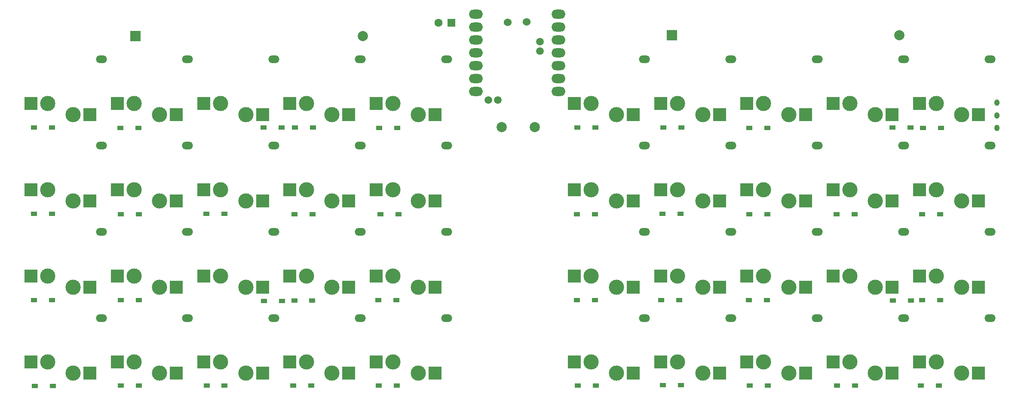
<source format=gbr>
%TF.GenerationSoftware,KiCad,Pcbnew,8.0.7*%
%TF.CreationDate,2025-05-30T21:54:57+09:00*%
%TF.ProjectId,cool640zmk,636f6f6c-3634-4307-9a6d-6b2e6b696361,rev?*%
%TF.SameCoordinates,Original*%
%TF.FileFunction,Soldermask,Bot*%
%TF.FilePolarity,Negative*%
%FSLAX46Y46*%
G04 Gerber Fmt 4.6, Leading zero omitted, Abs format (unit mm)*
G04 Created by KiCad (PCBNEW 8.0.7) date 2025-05-30 21:54:57*
%MOMM*%
%LPD*%
G01*
G04 APERTURE LIST*
%ADD10C,3.000000*%
%ADD11O,2.200000X1.500000*%
%ADD12R,2.600000X2.600000*%
%ADD13R,1.300000X0.950000*%
%ADD14R,1.600000X1.600000*%
%ADD15C,1.600000*%
%ADD16R,2.000000X2.000000*%
%ADD17C,2.000000*%
%ADD18O,1.000000X1.300000*%
%ADD19O,2.750000X1.800000*%
%ADD20C,1.500000*%
%ADD21C,1.524000*%
G04 APERTURE END LIST*
D10*
%TO.C,SW40*%
X153000000Y-54700000D03*
X158000000Y-56900000D03*
D11*
X163550000Y-46000000D03*
D12*
X149700000Y-54700000D03*
X161300000Y-56900000D03*
%TD*%
D10*
%TO.C,SW28*%
X170000000Y-54700000D03*
X175000000Y-56900000D03*
D11*
X180550000Y-46000000D03*
D12*
X166700000Y-54700000D03*
X178300000Y-56900000D03*
%TD*%
D13*
%TO.C,D1*%
X-7675000Y-8480000D03*
X-4125000Y-8480000D03*
%TD*%
%TO.C,D4*%
X-7525000Y-59440000D03*
X-3975000Y-59440000D03*
%TD*%
%TO.C,D27*%
X167205000Y-42490000D03*
X170755000Y-42490000D03*
%TD*%
%TO.C,D28*%
X166935000Y-59300000D03*
X170485000Y-59300000D03*
%TD*%
D10*
%TO.C,SW12*%
X46000000Y-54700000D03*
X51000000Y-56900000D03*
D11*
X56550000Y-46000000D03*
D12*
X42700000Y-54700000D03*
X54300000Y-56900000D03*
%TD*%
D13*
%TO.C,D21*%
X133115000Y-42460000D03*
X136665000Y-42460000D03*
%TD*%
D10*
%TO.C,SW14*%
X63000000Y-54700000D03*
X68000000Y-56900000D03*
D11*
X73550000Y-46000000D03*
D12*
X59700000Y-54700000D03*
X71300000Y-56900000D03*
%TD*%
D13*
%TO.C,D9*%
X43645000Y-8440000D03*
X47195000Y-8440000D03*
%TD*%
D10*
%TO.C,SW2*%
X-5000000Y-20700000D03*
X0Y-22900000D03*
D11*
X5550000Y-12000000D03*
D12*
X-8300000Y-20700000D03*
X3300000Y-22900000D03*
%TD*%
D10*
%TO.C,SW4*%
X-5000000Y-54700000D03*
X0Y-56900000D03*
D11*
X5550000Y-46000000D03*
D12*
X-8300000Y-54700000D03*
X3300000Y-56900000D03*
%TD*%
D13*
%TO.C,D3*%
X-7675000Y-42490000D03*
X-4125000Y-42490000D03*
%TD*%
D10*
%TO.C,SW10*%
X46000000Y-20700000D03*
X51000000Y-22900000D03*
D11*
X56550000Y-12000000D03*
D12*
X42700000Y-20700000D03*
X54300000Y-22900000D03*
%TD*%
D13*
%TO.C,D30*%
X9395000Y-59300000D03*
X12945000Y-59300000D03*
%TD*%
D14*
%TO.C,J1*%
X74470000Y12240000D03*
D15*
X71950000Y12240000D03*
%TD*%
D16*
%TO.C,B1*%
X117920000Y9780000D03*
D17*
X162720000Y9780000D03*
%TD*%
D10*
%TO.C,SW11*%
X46000000Y-37700000D03*
X51000000Y-39900000D03*
D11*
X56550000Y-29000000D03*
D12*
X42700000Y-37700000D03*
X54300000Y-39900000D03*
%TD*%
D13*
%TO.C,D22*%
X133275000Y-59300000D03*
X136825000Y-59300000D03*
%TD*%
D10*
%TO.C,SW5*%
X12000000Y-3700000D03*
X17000000Y-5900000D03*
D11*
X22550000Y5000000D03*
D12*
X8700000Y-3700000D03*
X20300000Y-5900000D03*
%TD*%
D10*
%TO.C,SW38*%
X136000000Y-20700000D03*
X141000000Y-22900000D03*
D11*
X146550000Y-12000000D03*
D12*
X132700000Y-20700000D03*
X144300000Y-22900000D03*
%TD*%
D13*
%TO.C,D37*%
X133185000Y-8500000D03*
X136735000Y-8500000D03*
%TD*%
%TO.C,D2*%
X-7715000Y-25480000D03*
X-4165000Y-25480000D03*
%TD*%
D10*
%TO.C,SW31*%
X29000000Y-37700000D03*
X34000000Y-39900000D03*
D11*
X39550000Y-29000000D03*
D12*
X25700000Y-37700000D03*
X37300000Y-39900000D03*
%TD*%
D13*
%TO.C,D8*%
X26235000Y-25480000D03*
X29785000Y-25480000D03*
%TD*%
%TO.C,D25*%
X167395000Y-8500000D03*
X170945000Y-8500000D03*
%TD*%
%TO.C,D26*%
X167245000Y-25560000D03*
X170795000Y-25560000D03*
%TD*%
D10*
%TO.C,SW30*%
X12000000Y-54700000D03*
X17000000Y-56900000D03*
D11*
X22550000Y-46000000D03*
D12*
X8700000Y-54700000D03*
X20300000Y-56900000D03*
%TD*%
D13*
%TO.C,D6*%
X9415000Y-25510000D03*
X12965000Y-25510000D03*
%TD*%
D10*
%TO.C,SW16*%
X102000000Y-20700000D03*
X107000000Y-22900000D03*
D11*
X112550000Y-12000000D03*
D12*
X98700000Y-20700000D03*
X110300000Y-22900000D03*
%TD*%
D13*
%TO.C,D19*%
X115825000Y-42510000D03*
X119375000Y-42510000D03*
%TD*%
%TO.C,D24*%
X150355000Y-25510000D03*
X153905000Y-25510000D03*
%TD*%
D16*
%TO.C,B2*%
X12280000Y9560000D03*
D17*
X57080000Y9560000D03*
%TD*%
D13*
%TO.C,D31*%
X37555000Y-42610000D03*
X41105000Y-42610000D03*
%TD*%
D10*
%TO.C,SW35*%
X102000000Y-37700000D03*
X107000000Y-39900000D03*
D11*
X112550000Y-29000000D03*
D12*
X98700000Y-37700000D03*
X110300000Y-39900000D03*
%TD*%
D10*
%TO.C,SW20*%
X119000000Y-54700000D03*
X124000000Y-56900000D03*
D11*
X129550000Y-46000000D03*
D12*
X115700000Y-54700000D03*
X127300000Y-56900000D03*
%TD*%
D13*
%TO.C,D18*%
X116065000Y-25500000D03*
X119615000Y-25500000D03*
%TD*%
%TO.C,D36*%
X99405000Y-59330000D03*
X102955000Y-59330000D03*
%TD*%
D10*
%TO.C,SW33*%
X63000000Y-3700000D03*
X68000000Y-5900000D03*
D11*
X73550000Y5000000D03*
D12*
X59700000Y-3700000D03*
X71300000Y-5900000D03*
%TD*%
D13*
%TO.C,D40*%
X150415000Y-59360000D03*
X153965000Y-59360000D03*
%TD*%
D10*
%TO.C,SW8*%
X29000000Y-20700000D03*
X34000000Y-22900000D03*
D11*
X39550000Y-12000000D03*
D12*
X25700000Y-20700000D03*
X37300000Y-22900000D03*
%TD*%
D13*
%TO.C,D39*%
X161445000Y-42550000D03*
X164995000Y-42550000D03*
%TD*%
%TO.C,D11*%
X43555000Y-42580000D03*
X47105000Y-42580000D03*
%TD*%
D10*
%TO.C,SW6*%
X12000000Y-20700000D03*
X17000000Y-22900000D03*
D11*
X22550000Y-12000000D03*
D12*
X8700000Y-20700000D03*
X20300000Y-22900000D03*
%TD*%
D10*
%TO.C,SW18*%
X119000000Y-20700000D03*
X124000000Y-22900000D03*
D11*
X129550000Y-12000000D03*
D12*
X115700000Y-20700000D03*
X127300000Y-22900000D03*
%TD*%
D13*
%TO.C,D35*%
X99255000Y-42490000D03*
X102805000Y-42490000D03*
%TD*%
%TO.C,D29*%
X9405000Y-42490000D03*
X12955000Y-42490000D03*
%TD*%
D10*
%TO.C,SW7*%
X29000000Y-3700000D03*
X34000000Y-5900000D03*
D11*
X39550000Y5000000D03*
D12*
X25700000Y-3700000D03*
X37300000Y-5900000D03*
%TD*%
D13*
%TO.C,D5*%
X9315000Y-8520000D03*
X12865000Y-8520000D03*
%TD*%
D10*
%TO.C,SW36*%
X102000000Y-54700000D03*
X107000000Y-56900000D03*
D11*
X112550000Y-46000000D03*
D12*
X98700000Y-54700000D03*
X110300000Y-56900000D03*
%TD*%
D10*
%TO.C,SW17*%
X119000000Y-3700000D03*
X124000000Y-5900000D03*
D11*
X129550000Y5000000D03*
D12*
X115700000Y-3700000D03*
X127300000Y-5900000D03*
%TD*%
D10*
%TO.C,SW19*%
X119000000Y-37700000D03*
X124000000Y-39900000D03*
D11*
X129550000Y-29000000D03*
D12*
X115700000Y-37700000D03*
X127300000Y-39900000D03*
%TD*%
D13*
%TO.C,D10*%
X43605000Y-25550000D03*
X47155000Y-25550000D03*
%TD*%
D10*
%TO.C,SW29*%
X12000000Y-37700000D03*
X17000000Y-39900000D03*
D11*
X22550000Y-29000000D03*
D12*
X8700000Y-37700000D03*
X20300000Y-39900000D03*
%TD*%
D10*
%TO.C,SW25*%
X170000000Y-3700000D03*
X175000000Y-5900000D03*
D11*
X180550000Y5000000D03*
D12*
X166700000Y-3700000D03*
X178300000Y-5900000D03*
%TD*%
D10*
%TO.C,SW24*%
X153000000Y-20700000D03*
X158000000Y-22900000D03*
D11*
X163550000Y-12000000D03*
D12*
X149700000Y-20700000D03*
X161300000Y-22900000D03*
%TD*%
D10*
%TO.C,SW1*%
X-5000000Y-3700000D03*
X0Y-5900000D03*
D11*
X5550000Y5000000D03*
D12*
X-8300000Y-3700000D03*
X3300000Y-5900000D03*
%TD*%
D13*
%TO.C,D32*%
X26285000Y-59300000D03*
X29835000Y-59300000D03*
%TD*%
%TO.C,D15*%
X99275000Y-8470000D03*
X102825000Y-8470000D03*
%TD*%
D10*
%TO.C,SW26*%
X170000000Y-20700000D03*
X175000000Y-22900000D03*
D11*
X180550000Y-12000000D03*
D12*
X166700000Y-20700000D03*
X178300000Y-22900000D03*
%TD*%
D10*
%TO.C,SW23*%
X153000000Y-3700000D03*
X158000000Y-5900000D03*
D11*
X163550000Y5000000D03*
D12*
X149700000Y-3700000D03*
X161300000Y-5900000D03*
%TD*%
D10*
%TO.C,SW3*%
X-5000000Y-37700000D03*
X0Y-39900000D03*
D11*
X5550000Y-29000000D03*
D12*
X-8300000Y-37700000D03*
X3300000Y-39900000D03*
%TD*%
D13*
%TO.C,D14*%
X60215000Y-59320000D03*
X63765000Y-59320000D03*
%TD*%
D10*
%TO.C,SW39*%
X153000000Y-37700000D03*
X158000000Y-39900000D03*
D11*
X163550000Y-29000000D03*
D12*
X149700000Y-37700000D03*
X161300000Y-39900000D03*
%TD*%
D13*
%TO.C,D23*%
X161375000Y-8470000D03*
X164925000Y-8470000D03*
%TD*%
%TO.C,D12*%
X43375000Y-59320000D03*
X46925000Y-59320000D03*
%TD*%
%TO.C,D34*%
X60525000Y-25540000D03*
X64075000Y-25540000D03*
%TD*%
D17*
%TO.C,SW46*%
X84430000Y-8380000D03*
X90930000Y-8380000D03*
%TD*%
D10*
%TO.C,SW13*%
X63000000Y-37700000D03*
X68000000Y-39900000D03*
D11*
X73550000Y-29000000D03*
D12*
X59700000Y-37700000D03*
X71300000Y-39900000D03*
%TD*%
D10*
%TO.C,SW27*%
X170000000Y-37700000D03*
X175000000Y-39900000D03*
D11*
X180550000Y-29000000D03*
D12*
X166700000Y-37700000D03*
X178300000Y-39900000D03*
%TD*%
D13*
%TO.C,D17*%
X116215000Y-8450000D03*
X119765000Y-8450000D03*
%TD*%
D10*
%TO.C,SW34*%
X63000000Y-20700000D03*
X68000000Y-22900000D03*
D11*
X73550000Y-12000000D03*
D12*
X59700000Y-20700000D03*
X71300000Y-22900000D03*
%TD*%
D13*
%TO.C,D13*%
X60115000Y-42510000D03*
X63665000Y-42510000D03*
%TD*%
D18*
%TO.C,SW45*%
X181960000Y-3540000D03*
X181960000Y-6040000D03*
X181960000Y-8540000D03*
%TD*%
D10*
%TO.C,SW32*%
X29000000Y-54700000D03*
X34000000Y-56900000D03*
D11*
X39550000Y-46000000D03*
D12*
X25700000Y-54700000D03*
X37300000Y-56900000D03*
%TD*%
D13*
%TO.C,D38*%
X133165000Y-25580000D03*
X136715000Y-25580000D03*
%TD*%
%TO.C,D20*%
X116135000Y-59270000D03*
X119685000Y-59270000D03*
%TD*%
%TO.C,D16*%
X99245000Y-25520000D03*
X102795000Y-25520000D03*
%TD*%
D10*
%TO.C,SW22*%
X136000000Y-54700000D03*
X141000000Y-56900000D03*
D11*
X146550000Y-46000000D03*
D12*
X132700000Y-54700000D03*
X144300000Y-56900000D03*
%TD*%
D13*
%TO.C,D7*%
X37475000Y-8430000D03*
X41025000Y-8430000D03*
%TD*%
D10*
%TO.C,SW15*%
X102000000Y-3700000D03*
X107000000Y-5900000D03*
D11*
X112550000Y5000000D03*
D12*
X98700000Y-3700000D03*
X110300000Y-5900000D03*
%TD*%
D13*
%TO.C,D33*%
X60305000Y-8550000D03*
X63855000Y-8550000D03*
%TD*%
D10*
%TO.C,SW37*%
X136000000Y-3700000D03*
X141000000Y-5900000D03*
D11*
X146550000Y5000000D03*
D12*
X132700000Y-3700000D03*
X144300000Y-5900000D03*
%TD*%
D10*
%TO.C,SW21*%
X136000000Y-37700000D03*
X141000000Y-39900000D03*
D11*
X146550000Y-29000000D03*
D12*
X132700000Y-37700000D03*
X144300000Y-39900000D03*
%TD*%
D10*
%TO.C,SW9*%
X46000000Y-3700000D03*
X51000000Y-5900000D03*
D11*
X56550000Y5000000D03*
D12*
X42700000Y-3700000D03*
X54300000Y-5900000D03*
%TD*%
D19*
%TO.C,U1*%
X95590000Y13920000D03*
X95590000Y11380000D03*
X95590000Y8840000D03*
X95590000Y6300000D03*
X95590000Y3760000D03*
X95590000Y1220000D03*
X95590000Y-1320000D03*
X79350000Y-1320000D03*
X79350000Y1220000D03*
X79350000Y3760000D03*
X79350000Y6300000D03*
X79350000Y8840000D03*
X79350000Y11380000D03*
X79350000Y13920000D03*
D20*
X83634600Y-3012000D03*
X81755000Y-3012000D03*
X91915000Y6617000D03*
X91915000Y8522000D03*
D21*
X89350000Y12370000D03*
X85630000Y12310000D03*
%TD*%
M02*

</source>
